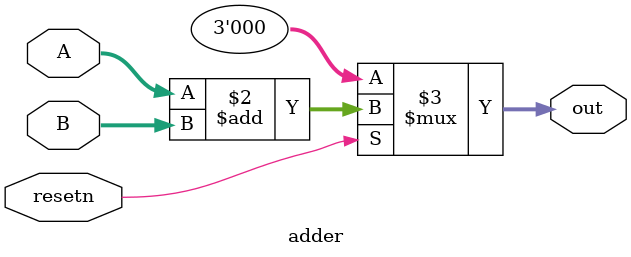
<source format=sv>
module adder (
    input  logic [1:0] A, B,
    input  logic resetn,
    output logic [2:0] out
);
    
    // Combinational addition with reset
    assign out = (resetn == 0) ? 3'b000 : (A + B);
    
endmodule


</source>
